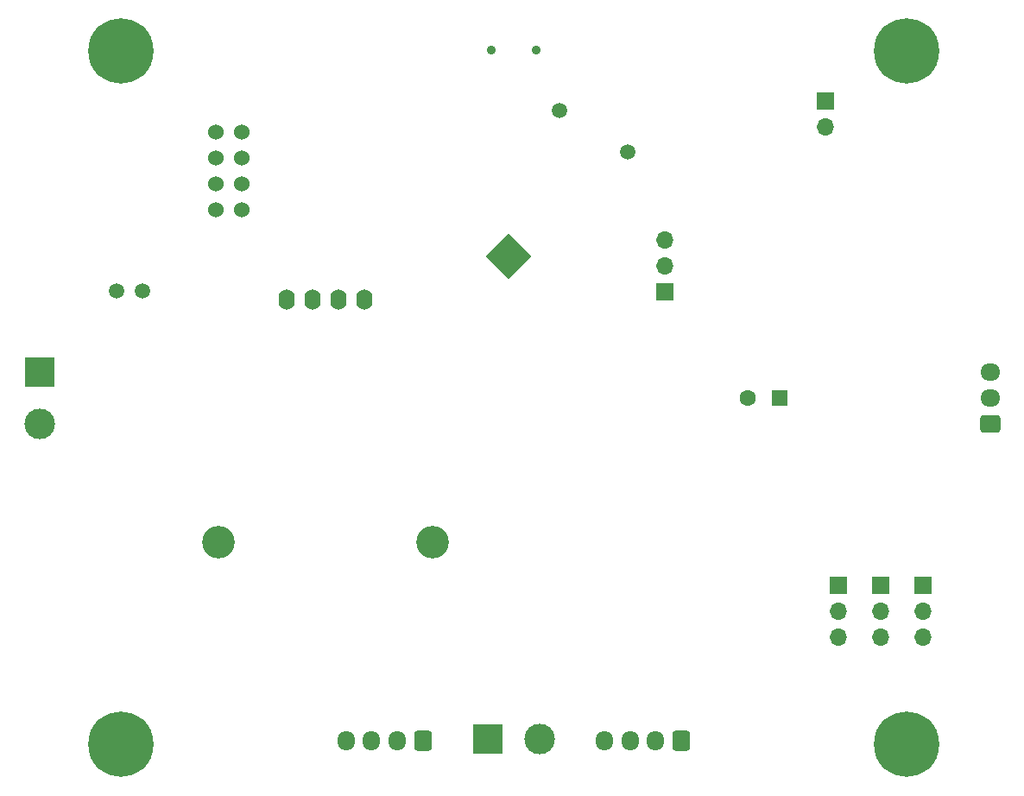
<source format=gbr>
%TF.GenerationSoftware,KiCad,Pcbnew,(6.0.8)*%
%TF.CreationDate,2023-04-20T14:40:41+02:00*%
%TF.ProjectId,scheda PSE,73636865-6461-4205-9053-452e6b696361,rev?*%
%TF.SameCoordinates,Original*%
%TF.FileFunction,Soldermask,Bot*%
%TF.FilePolarity,Negative*%
%FSLAX46Y46*%
G04 Gerber Fmt 4.6, Leading zero omitted, Abs format (unit mm)*
G04 Created by KiCad (PCBNEW (6.0.8)) date 2023-04-20 14:40:41*
%MOMM*%
%LPD*%
G01*
G04 APERTURE LIST*
G04 Aperture macros list*
%AMRoundRect*
0 Rectangle with rounded corners*
0 $1 Rounding radius*
0 $2 $3 $4 $5 $6 $7 $8 $9 X,Y pos of 4 corners*
0 Add a 4 corners polygon primitive as box body*
4,1,4,$2,$3,$4,$5,$6,$7,$8,$9,$2,$3,0*
0 Add four circle primitives for the rounded corners*
1,1,$1+$1,$2,$3*
1,1,$1+$1,$4,$5*
1,1,$1+$1,$6,$7*
1,1,$1+$1,$8,$9*
0 Add four rect primitives between the rounded corners*
20,1,$1+$1,$2,$3,$4,$5,0*
20,1,$1+$1,$4,$5,$6,$7,0*
20,1,$1+$1,$6,$7,$8,$9,0*
20,1,$1+$1,$8,$9,$2,$3,0*%
%AMRotRect*
0 Rectangle, with rotation*
0 The origin of the aperture is its center*
0 $1 length*
0 $2 width*
0 $3 Rotation angle, in degrees counterclockwise*
0 Add horizontal line*
21,1,$1,$2,0,0,$3*%
G04 Aperture macros list end*
%ADD10C,1.500000*%
%ADD11RotRect,3.200000X3.200000X45.000000*%
%ADD12C,0.800000*%
%ADD13C,6.400000*%
%ADD14O,1.600000X2.000000*%
%ADD15RoundRect,0.250000X0.725000X-0.600000X0.725000X0.600000X-0.725000X0.600000X-0.725000X-0.600000X0*%
%ADD16O,1.950000X1.700000*%
%ADD17C,3.200000*%
%ADD18R,1.700000X1.700000*%
%ADD19O,1.700000X1.700000*%
%ADD20C,1.524000*%
%ADD21R,1.600000X1.600000*%
%ADD22C,1.600000*%
%ADD23C,0.900000*%
%ADD24R,3.000000X3.000000*%
%ADD25C,3.000000*%
%ADD26RoundRect,0.250000X0.600000X0.725000X-0.600000X0.725000X-0.600000X-0.725000X0.600000X-0.725000X0*%
%ADD27O,1.700000X1.950000*%
G04 APERTURE END LIST*
D10*
%TO.C,TP4*%
X166624000Y-72898000D03*
%TD*%
D11*
%TO.C,U1*%
X154947342Y-83113878D03*
%TD*%
D12*
%TO.C,H4*%
X195697056Y-129302944D03*
X191600000Y-131000000D03*
D13*
X194000000Y-131000000D03*
D12*
X192302944Y-132697056D03*
X192302944Y-129302944D03*
X194000000Y-128600000D03*
X195697056Y-132697056D03*
X194000000Y-133400000D03*
X196400000Y-131000000D03*
%TD*%
D14*
%TO.C,U4*%
X133193924Y-87383351D03*
X135733924Y-87383351D03*
X138273924Y-87383351D03*
X140813924Y-87383351D03*
%TD*%
D10*
%TO.C,TP1*%
X159969200Y-68834000D03*
%TD*%
%TO.C,TP2*%
X119053000Y-86503804D03*
%TD*%
D15*
%TO.C,J1*%
X202184000Y-99528000D03*
D16*
X202184000Y-97028000D03*
X202184000Y-94528000D03*
%TD*%
D17*
%TO.C,REF\u002A\u002A*%
X147504424Y-111135351D03*
%TD*%
D18*
%TO.C,J9*%
X191477900Y-115366800D03*
D19*
X191477900Y-117906800D03*
X191477900Y-120446800D03*
%TD*%
D20*
%TO.C,U9*%
X128778000Y-70916800D03*
X128778000Y-73456800D03*
X128778000Y-75996800D03*
X128778000Y-78536800D03*
X126238000Y-78536800D03*
X126238000Y-75996800D03*
X126238000Y-73456800D03*
X126238000Y-70916800D03*
%TD*%
D18*
%TO.C,J8*%
X195630800Y-115366800D03*
D19*
X195630800Y-117906800D03*
X195630800Y-120446800D03*
%TD*%
D21*
%TO.C,REF\u002A\u002A*%
X181601759Y-97000929D03*
D22*
X178401759Y-97000929D03*
%TD*%
D12*
%TO.C,H2*%
X192302944Y-64697056D03*
X194000000Y-60600000D03*
X195697056Y-64697056D03*
X195697056Y-61302944D03*
X191600000Y-63000000D03*
X192302944Y-61302944D03*
X196400000Y-63000000D03*
X194000000Y-65400000D03*
D13*
X194000000Y-63000000D03*
%TD*%
D23*
%TO.C,J4*%
X157706400Y-62917000D03*
X153306400Y-62917000D03*
%TD*%
D10*
%TO.C,TP3*%
X116535200Y-86503804D03*
%TD*%
D24*
%TO.C,J5*%
X152960000Y-130500000D03*
D25*
X158040000Y-130500000D03*
%TD*%
D24*
%TO.C,J3*%
X109000000Y-94460000D03*
D25*
X109000000Y-99540000D03*
%TD*%
D18*
%TO.C,J2*%
X170307000Y-86614000D03*
D19*
X170307000Y-84074000D03*
X170307000Y-81534000D03*
%TD*%
D12*
%TO.C,H3*%
X114600000Y-63000000D03*
X118697056Y-61302944D03*
X118697056Y-64697056D03*
D13*
X117000000Y-63000000D03*
D12*
X115302944Y-61302944D03*
X115302944Y-64697056D03*
X117000000Y-60600000D03*
X117000000Y-65400000D03*
X119400000Y-63000000D03*
%TD*%
D18*
%TO.C,J10*%
X187325000Y-115366800D03*
D19*
X187325000Y-117906800D03*
X187325000Y-120446800D03*
%TD*%
D18*
%TO.C,JP1*%
X186055000Y-67940000D03*
D19*
X186055000Y-70480000D03*
%TD*%
D12*
%TO.C,H1*%
X114600000Y-131000000D03*
X115302944Y-129302944D03*
D13*
X117000000Y-131000000D03*
D12*
X119400000Y-131000000D03*
X117000000Y-128600000D03*
X117000000Y-133400000D03*
X118697056Y-132697056D03*
X118697056Y-129302944D03*
X115302944Y-132697056D03*
%TD*%
D17*
%TO.C,REF\u002A\u002A*%
X126504424Y-111135351D03*
%TD*%
D26*
%TO.C,J6*%
X171895000Y-130610000D03*
D27*
X169395000Y-130610000D03*
X166895000Y-130610000D03*
X164395000Y-130610000D03*
%TD*%
D26*
%TO.C,J7*%
X146555000Y-130610000D03*
D27*
X144055000Y-130610000D03*
X141555000Y-130610000D03*
X139055000Y-130610000D03*
%TD*%
M02*

</source>
